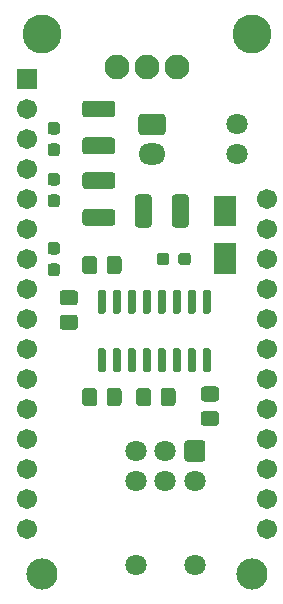
<source format=gbr>
%TF.GenerationSoftware,KiCad,Pcbnew,(5.1.10)-1*%
%TF.CreationDate,2021-08-19T13:56:03-06:00*%
%TF.ProjectId,Remote Ocean Acidification Monitor,52656d6f-7465-4204-9f63-65616e204163,rev?*%
%TF.SameCoordinates,Original*%
%TF.FileFunction,Soldermask,Top*%
%TF.FilePolarity,Negative*%
%FSLAX46Y46*%
G04 Gerber Fmt 4.6, Leading zero omitted, Abs format (unit mm)*
G04 Created by KiCad (PCBNEW (5.1.10)-1) date 2021-08-19 13:56:03*
%MOMM*%
%LPD*%
G01*
G04 APERTURE LIST*
%ADD10C,1.801600*%
%ADD11O,2.301600X1.801600*%
%ADD12C,1.701600*%
%ADD13C,3.301600*%
%ADD14C,2.641600*%
%ADD15C,2.101600*%
G04 APERTURE END LIST*
D10*
%TO.C,J1*%
X146050000Y-91440000D03*
X146050000Y-88940000D03*
D11*
X138870000Y-91440000D03*
G36*
G01*
X137719200Y-89575859D02*
X137719200Y-88304141D01*
G75*
G02*
X137984141Y-88039200I264941J0D01*
G01*
X139755859Y-88039200D01*
G75*
G02*
X140020800Y-88304141I0J-264941D01*
G01*
X140020800Y-89575859D01*
G75*
G02*
X139755859Y-89840800I-264941J0D01*
G01*
X137984141Y-89840800D01*
G75*
G02*
X137719200Y-89575859I0J264941D01*
G01*
G37*
%TD*%
%TO.C,D1*%
G36*
G01*
X145934000Y-97566800D02*
X144134000Y-97566800D01*
G75*
G02*
X144083200Y-97516000I0J50800D01*
G01*
X144083200Y-95016000D01*
G75*
G02*
X144134000Y-94965200I50800J0D01*
G01*
X145934000Y-94965200D01*
G75*
G02*
X145984800Y-95016000I0J-50800D01*
G01*
X145984800Y-97516000D01*
G75*
G02*
X145934000Y-97566800I-50800J0D01*
G01*
G37*
G36*
G01*
X145934000Y-101566800D02*
X144134000Y-101566800D01*
G75*
G02*
X144083200Y-101516000I0J50800D01*
G01*
X144083200Y-99016000D01*
G75*
G02*
X144134000Y-98965200I50800J0D01*
G01*
X145934000Y-98965200D01*
G75*
G02*
X145984800Y-99016000I0J-50800D01*
G01*
X145984800Y-101516000D01*
G75*
G02*
X145934000Y-101566800I-50800J0D01*
G01*
G37*
%TD*%
D10*
%TO.C,J2*%
X137494000Y-126266000D03*
X142494000Y-126266000D03*
X137494000Y-119086000D03*
X139994000Y-119086000D03*
X142494000Y-119086000D03*
X137494000Y-116586000D03*
X139994000Y-116586000D03*
G36*
G01*
X141858141Y-115685200D02*
X143129859Y-115685200D01*
G75*
G02*
X143394800Y-115950141I0J-264941D01*
G01*
X143394800Y-117221859D01*
G75*
G02*
X143129859Y-117486800I-264941J0D01*
G01*
X141858141Y-117486800D01*
G75*
G02*
X141593200Y-117221859I0J264941D01*
G01*
X141593200Y-115950141D01*
G75*
G02*
X141858141Y-115685200I264941J0D01*
G01*
G37*
%TD*%
D12*
%TO.C,A1*%
X128270000Y-123190000D03*
X128270000Y-120650000D03*
X128270000Y-118110000D03*
X128270000Y-115570000D03*
X128270000Y-113030000D03*
X128270000Y-110490000D03*
X128270000Y-107950000D03*
X128270000Y-105410000D03*
X128270000Y-102870000D03*
X128270000Y-100330000D03*
X128270000Y-97790000D03*
X128270000Y-95250000D03*
X128270000Y-92710000D03*
X128270000Y-90170000D03*
X128270000Y-87630000D03*
G36*
G01*
X129120800Y-84290000D02*
X129120800Y-85890000D01*
G75*
G02*
X129070000Y-85940800I-50800J0D01*
G01*
X127470000Y-85940800D01*
G75*
G02*
X127419200Y-85890000I0J50800D01*
G01*
X127419200Y-84290000D01*
G75*
G02*
X127470000Y-84239200I50800J0D01*
G01*
X129070000Y-84239200D01*
G75*
G02*
X129120800Y-84290000I0J-50800D01*
G01*
G37*
X148590000Y-95250000D03*
X148590000Y-97790000D03*
X148590000Y-100330000D03*
X148590000Y-102870000D03*
X148590000Y-105410000D03*
X148590000Y-107950000D03*
X148590000Y-110490000D03*
X148590000Y-113030000D03*
X148590000Y-115570000D03*
X148590000Y-118110000D03*
X148590000Y-120650000D03*
X148590000Y-123190000D03*
D13*
X147320000Y-81280000D03*
D14*
X147320000Y-127000000D03*
D13*
X129540000Y-81280000D03*
D14*
X129540000Y-127000000D03*
%TD*%
%TO.C,C1*%
G36*
G01*
X135497633Y-88343300D02*
X133234367Y-88343300D01*
G75*
G02*
X132965200Y-88074133I0J269167D01*
G01*
X132965200Y-87185867D01*
G75*
G02*
X133234367Y-86916700I269167J0D01*
G01*
X135497633Y-86916700D01*
G75*
G02*
X135766800Y-87185867I0J-269167D01*
G01*
X135766800Y-88074133D01*
G75*
G02*
X135497633Y-88343300I-269167J0D01*
G01*
G37*
G36*
G01*
X135497633Y-91468300D02*
X133234367Y-91468300D01*
G75*
G02*
X132965200Y-91199133I0J269167D01*
G01*
X132965200Y-90310867D01*
G75*
G02*
X133234367Y-90041700I269167J0D01*
G01*
X135497633Y-90041700D01*
G75*
G02*
X135766800Y-90310867I0J-269167D01*
G01*
X135766800Y-91199133D01*
G75*
G02*
X135497633Y-91468300I-269167J0D01*
G01*
G37*
%TD*%
%TO.C,C2*%
G36*
G01*
X135497633Y-97525800D02*
X133234367Y-97525800D01*
G75*
G02*
X132965200Y-97256633I0J269167D01*
G01*
X132965200Y-96368367D01*
G75*
G02*
X133234367Y-96099200I269167J0D01*
G01*
X135497633Y-96099200D01*
G75*
G02*
X135766800Y-96368367I0J-269167D01*
G01*
X135766800Y-97256633D01*
G75*
G02*
X135497633Y-97525800I-269167J0D01*
G01*
G37*
G36*
G01*
X135497633Y-94400800D02*
X133234367Y-94400800D01*
G75*
G02*
X132965200Y-94131633I0J269167D01*
G01*
X132965200Y-93243367D01*
G75*
G02*
X133234367Y-92974200I269167J0D01*
G01*
X135497633Y-92974200D01*
G75*
G02*
X135766800Y-93243367I0J-269167D01*
G01*
X135766800Y-94131633D01*
G75*
G02*
X135497633Y-94400800I-269167J0D01*
G01*
G37*
%TD*%
%TO.C,C3*%
G36*
G01*
X141975800Y-95134367D02*
X141975800Y-97397633D01*
G75*
G02*
X141706633Y-97666800I-269167J0D01*
G01*
X140818367Y-97666800D01*
G75*
G02*
X140549200Y-97397633I0J269167D01*
G01*
X140549200Y-95134367D01*
G75*
G02*
X140818367Y-94865200I269167J0D01*
G01*
X141706633Y-94865200D01*
G75*
G02*
X141975800Y-95134367I0J-269167D01*
G01*
G37*
G36*
G01*
X138850800Y-95134367D02*
X138850800Y-97397633D01*
G75*
G02*
X138581633Y-97666800I-269167J0D01*
G01*
X137693367Y-97666800D01*
G75*
G02*
X137424200Y-97397633I0J269167D01*
G01*
X137424200Y-95134367D01*
G75*
G02*
X137693367Y-94865200I269167J0D01*
G01*
X138581633Y-94865200D01*
G75*
G02*
X138850800Y-95134367I0J-269167D01*
G01*
G37*
%TD*%
%TO.C,C4*%
G36*
G01*
X132944200Y-112518183D02*
X132944200Y-111509817D01*
G75*
G02*
X133215817Y-111238200I271617J0D01*
G01*
X133949183Y-111238200D01*
G75*
G02*
X134220800Y-111509817I0J-271617D01*
G01*
X134220800Y-112518183D01*
G75*
G02*
X133949183Y-112789800I-271617J0D01*
G01*
X133215817Y-112789800D01*
G75*
G02*
X132944200Y-112518183I0J271617D01*
G01*
G37*
G36*
G01*
X135019200Y-112518183D02*
X135019200Y-111509817D01*
G75*
G02*
X135290817Y-111238200I271617J0D01*
G01*
X136024183Y-111238200D01*
G75*
G02*
X136295800Y-111509817I0J-271617D01*
G01*
X136295800Y-112518183D01*
G75*
G02*
X136024183Y-112789800I-271617J0D01*
G01*
X135290817Y-112789800D01*
G75*
G02*
X135019200Y-112518183I0J271617D01*
G01*
G37*
%TD*%
%TO.C,C5*%
G36*
G01*
X144268183Y-114473300D02*
X143259817Y-114473300D01*
G75*
G02*
X142988200Y-114201683I0J271617D01*
G01*
X142988200Y-113468317D01*
G75*
G02*
X143259817Y-113196700I271617J0D01*
G01*
X144268183Y-113196700D01*
G75*
G02*
X144539800Y-113468317I0J-271617D01*
G01*
X144539800Y-114201683D01*
G75*
G02*
X144268183Y-114473300I-271617J0D01*
G01*
G37*
G36*
G01*
X144268183Y-112398300D02*
X143259817Y-112398300D01*
G75*
G02*
X142988200Y-112126683I0J271617D01*
G01*
X142988200Y-111393317D01*
G75*
G02*
X143259817Y-111121700I271617J0D01*
G01*
X144268183Y-111121700D01*
G75*
G02*
X144539800Y-111393317I0J-271617D01*
G01*
X144539800Y-112126683D01*
G75*
G02*
X144268183Y-112398300I-271617J0D01*
G01*
G37*
%TD*%
%TO.C,C6*%
G36*
G01*
X137516200Y-112518183D02*
X137516200Y-111509817D01*
G75*
G02*
X137787817Y-111238200I271617J0D01*
G01*
X138521183Y-111238200D01*
G75*
G02*
X138792800Y-111509817I0J-271617D01*
G01*
X138792800Y-112518183D01*
G75*
G02*
X138521183Y-112789800I-271617J0D01*
G01*
X137787817Y-112789800D01*
G75*
G02*
X137516200Y-112518183I0J271617D01*
G01*
G37*
G36*
G01*
X139591200Y-112518183D02*
X139591200Y-111509817D01*
G75*
G02*
X139862817Y-111238200I271617J0D01*
G01*
X140596183Y-111238200D01*
G75*
G02*
X140867800Y-111509817I0J-271617D01*
G01*
X140867800Y-112518183D01*
G75*
G02*
X140596183Y-112789800I-271617J0D01*
G01*
X139862817Y-112789800D01*
G75*
G02*
X139591200Y-112518183I0J271617D01*
G01*
G37*
%TD*%
%TO.C,C7*%
G36*
G01*
X134220800Y-100333817D02*
X134220800Y-101342183D01*
G75*
G02*
X133949183Y-101613800I-271617J0D01*
G01*
X133215817Y-101613800D01*
G75*
G02*
X132944200Y-101342183I0J271617D01*
G01*
X132944200Y-100333817D01*
G75*
G02*
X133215817Y-100062200I271617J0D01*
G01*
X133949183Y-100062200D01*
G75*
G02*
X134220800Y-100333817I0J-271617D01*
G01*
G37*
G36*
G01*
X136295800Y-100333817D02*
X136295800Y-101342183D01*
G75*
G02*
X136024183Y-101613800I-271617J0D01*
G01*
X135290817Y-101613800D01*
G75*
G02*
X135019200Y-101342183I0J271617D01*
G01*
X135019200Y-100333817D01*
G75*
G02*
X135290817Y-100062200I271617J0D01*
G01*
X136024183Y-100062200D01*
G75*
G02*
X136295800Y-100333817I0J-271617D01*
G01*
G37*
%TD*%
%TO.C,C8*%
G36*
G01*
X131321817Y-105047200D02*
X132330183Y-105047200D01*
G75*
G02*
X132601800Y-105318817I0J-271617D01*
G01*
X132601800Y-106052183D01*
G75*
G02*
X132330183Y-106323800I-271617J0D01*
G01*
X131321817Y-106323800D01*
G75*
G02*
X131050200Y-106052183I0J271617D01*
G01*
X131050200Y-105318817D01*
G75*
G02*
X131321817Y-105047200I271617J0D01*
G01*
G37*
G36*
G01*
X131321817Y-102972200D02*
X132330183Y-102972200D01*
G75*
G02*
X132601800Y-103243817I0J-271617D01*
G01*
X132601800Y-103977183D01*
G75*
G02*
X132330183Y-104248800I-271617J0D01*
G01*
X131321817Y-104248800D01*
G75*
G02*
X131050200Y-103977183I0J271617D01*
G01*
X131050200Y-103243817D01*
G75*
G02*
X131321817Y-102972200I271617J0D01*
G01*
G37*
%TD*%
D15*
%TO.C,U1*%
X140970000Y-84074000D03*
X138430000Y-84074000D03*
X135890000Y-84074000D03*
%TD*%
%TO.C,U2*%
G36*
G01*
X134795400Y-109926800D02*
X134444600Y-109926800D01*
G75*
G02*
X134269200Y-109751400I0J175400D01*
G01*
X134269200Y-108050600D01*
G75*
G02*
X134444600Y-107875200I175400J0D01*
G01*
X134795400Y-107875200D01*
G75*
G02*
X134970800Y-108050600I0J-175400D01*
G01*
X134970800Y-109751400D01*
G75*
G02*
X134795400Y-109926800I-175400J0D01*
G01*
G37*
G36*
G01*
X136065400Y-109926800D02*
X135714600Y-109926800D01*
G75*
G02*
X135539200Y-109751400I0J175400D01*
G01*
X135539200Y-108050600D01*
G75*
G02*
X135714600Y-107875200I175400J0D01*
G01*
X136065400Y-107875200D01*
G75*
G02*
X136240800Y-108050600I0J-175400D01*
G01*
X136240800Y-109751400D01*
G75*
G02*
X136065400Y-109926800I-175400J0D01*
G01*
G37*
G36*
G01*
X137335400Y-109926800D02*
X136984600Y-109926800D01*
G75*
G02*
X136809200Y-109751400I0J175400D01*
G01*
X136809200Y-108050600D01*
G75*
G02*
X136984600Y-107875200I175400J0D01*
G01*
X137335400Y-107875200D01*
G75*
G02*
X137510800Y-108050600I0J-175400D01*
G01*
X137510800Y-109751400D01*
G75*
G02*
X137335400Y-109926800I-175400J0D01*
G01*
G37*
G36*
G01*
X138605400Y-109926800D02*
X138254600Y-109926800D01*
G75*
G02*
X138079200Y-109751400I0J175400D01*
G01*
X138079200Y-108050600D01*
G75*
G02*
X138254600Y-107875200I175400J0D01*
G01*
X138605400Y-107875200D01*
G75*
G02*
X138780800Y-108050600I0J-175400D01*
G01*
X138780800Y-109751400D01*
G75*
G02*
X138605400Y-109926800I-175400J0D01*
G01*
G37*
G36*
G01*
X139875400Y-109926800D02*
X139524600Y-109926800D01*
G75*
G02*
X139349200Y-109751400I0J175400D01*
G01*
X139349200Y-108050600D01*
G75*
G02*
X139524600Y-107875200I175400J0D01*
G01*
X139875400Y-107875200D01*
G75*
G02*
X140050800Y-108050600I0J-175400D01*
G01*
X140050800Y-109751400D01*
G75*
G02*
X139875400Y-109926800I-175400J0D01*
G01*
G37*
G36*
G01*
X141145400Y-109926800D02*
X140794600Y-109926800D01*
G75*
G02*
X140619200Y-109751400I0J175400D01*
G01*
X140619200Y-108050600D01*
G75*
G02*
X140794600Y-107875200I175400J0D01*
G01*
X141145400Y-107875200D01*
G75*
G02*
X141320800Y-108050600I0J-175400D01*
G01*
X141320800Y-109751400D01*
G75*
G02*
X141145400Y-109926800I-175400J0D01*
G01*
G37*
G36*
G01*
X142415400Y-109926800D02*
X142064600Y-109926800D01*
G75*
G02*
X141889200Y-109751400I0J175400D01*
G01*
X141889200Y-108050600D01*
G75*
G02*
X142064600Y-107875200I175400J0D01*
G01*
X142415400Y-107875200D01*
G75*
G02*
X142590800Y-108050600I0J-175400D01*
G01*
X142590800Y-109751400D01*
G75*
G02*
X142415400Y-109926800I-175400J0D01*
G01*
G37*
G36*
G01*
X143685400Y-109926800D02*
X143334600Y-109926800D01*
G75*
G02*
X143159200Y-109751400I0J175400D01*
G01*
X143159200Y-108050600D01*
G75*
G02*
X143334600Y-107875200I175400J0D01*
G01*
X143685400Y-107875200D01*
G75*
G02*
X143860800Y-108050600I0J-175400D01*
G01*
X143860800Y-109751400D01*
G75*
G02*
X143685400Y-109926800I-175400J0D01*
G01*
G37*
G36*
G01*
X143685400Y-104976800D02*
X143334600Y-104976800D01*
G75*
G02*
X143159200Y-104801400I0J175400D01*
G01*
X143159200Y-103100600D01*
G75*
G02*
X143334600Y-102925200I175400J0D01*
G01*
X143685400Y-102925200D01*
G75*
G02*
X143860800Y-103100600I0J-175400D01*
G01*
X143860800Y-104801400D01*
G75*
G02*
X143685400Y-104976800I-175400J0D01*
G01*
G37*
G36*
G01*
X142415400Y-104976800D02*
X142064600Y-104976800D01*
G75*
G02*
X141889200Y-104801400I0J175400D01*
G01*
X141889200Y-103100600D01*
G75*
G02*
X142064600Y-102925200I175400J0D01*
G01*
X142415400Y-102925200D01*
G75*
G02*
X142590800Y-103100600I0J-175400D01*
G01*
X142590800Y-104801400D01*
G75*
G02*
X142415400Y-104976800I-175400J0D01*
G01*
G37*
G36*
G01*
X141145400Y-104976800D02*
X140794600Y-104976800D01*
G75*
G02*
X140619200Y-104801400I0J175400D01*
G01*
X140619200Y-103100600D01*
G75*
G02*
X140794600Y-102925200I175400J0D01*
G01*
X141145400Y-102925200D01*
G75*
G02*
X141320800Y-103100600I0J-175400D01*
G01*
X141320800Y-104801400D01*
G75*
G02*
X141145400Y-104976800I-175400J0D01*
G01*
G37*
G36*
G01*
X139875400Y-104976800D02*
X139524600Y-104976800D01*
G75*
G02*
X139349200Y-104801400I0J175400D01*
G01*
X139349200Y-103100600D01*
G75*
G02*
X139524600Y-102925200I175400J0D01*
G01*
X139875400Y-102925200D01*
G75*
G02*
X140050800Y-103100600I0J-175400D01*
G01*
X140050800Y-104801400D01*
G75*
G02*
X139875400Y-104976800I-175400J0D01*
G01*
G37*
G36*
G01*
X138605400Y-104976800D02*
X138254600Y-104976800D01*
G75*
G02*
X138079200Y-104801400I0J175400D01*
G01*
X138079200Y-103100600D01*
G75*
G02*
X138254600Y-102925200I175400J0D01*
G01*
X138605400Y-102925200D01*
G75*
G02*
X138780800Y-103100600I0J-175400D01*
G01*
X138780800Y-104801400D01*
G75*
G02*
X138605400Y-104976800I-175400J0D01*
G01*
G37*
G36*
G01*
X137335400Y-104976800D02*
X136984600Y-104976800D01*
G75*
G02*
X136809200Y-104801400I0J175400D01*
G01*
X136809200Y-103100600D01*
G75*
G02*
X136984600Y-102925200I175400J0D01*
G01*
X137335400Y-102925200D01*
G75*
G02*
X137510800Y-103100600I0J-175400D01*
G01*
X137510800Y-104801400D01*
G75*
G02*
X137335400Y-104976800I-175400J0D01*
G01*
G37*
G36*
G01*
X136065400Y-104976800D02*
X135714600Y-104976800D01*
G75*
G02*
X135539200Y-104801400I0J175400D01*
G01*
X135539200Y-103100600D01*
G75*
G02*
X135714600Y-102925200I175400J0D01*
G01*
X136065400Y-102925200D01*
G75*
G02*
X136240800Y-103100600I0J-175400D01*
G01*
X136240800Y-104801400D01*
G75*
G02*
X136065400Y-104976800I-175400J0D01*
G01*
G37*
G36*
G01*
X134795400Y-104976800D02*
X134444600Y-104976800D01*
G75*
G02*
X134269200Y-104801400I0J175400D01*
G01*
X134269200Y-103100600D01*
G75*
G02*
X134444600Y-102925200I175400J0D01*
G01*
X134795400Y-102925200D01*
G75*
G02*
X134970800Y-103100600I0J-175400D01*
G01*
X134970800Y-104801400D01*
G75*
G02*
X134795400Y-104976800I-175400J0D01*
G01*
G37*
%TD*%
%TO.C,R1*%
G36*
G01*
X140341800Y-100067100D02*
X140341800Y-100592900D01*
G75*
G02*
X140078900Y-100855800I-262900J0D01*
G01*
X139528100Y-100855800D01*
G75*
G02*
X139265200Y-100592900I0J262900D01*
G01*
X139265200Y-100067100D01*
G75*
G02*
X139528100Y-99804200I262900J0D01*
G01*
X140078900Y-99804200D01*
G75*
G02*
X140341800Y-100067100I0J-262900D01*
G01*
G37*
G36*
G01*
X142166800Y-100067100D02*
X142166800Y-100592900D01*
G75*
G02*
X141903900Y-100855800I-262900J0D01*
G01*
X141353100Y-100855800D01*
G75*
G02*
X141090200Y-100592900I0J262900D01*
G01*
X141090200Y-100067100D01*
G75*
G02*
X141353100Y-99804200I262900J0D01*
G01*
X141903900Y-99804200D01*
G75*
G02*
X142166800Y-100067100I0J-262900D01*
G01*
G37*
%TD*%
%TO.C,R2*%
G36*
G01*
X130293100Y-98879200D02*
X130818900Y-98879200D01*
G75*
G02*
X131081800Y-99142100I0J-262900D01*
G01*
X131081800Y-99692900D01*
G75*
G02*
X130818900Y-99955800I-262900J0D01*
G01*
X130293100Y-99955800D01*
G75*
G02*
X130030200Y-99692900I0J262900D01*
G01*
X130030200Y-99142100D01*
G75*
G02*
X130293100Y-98879200I262900J0D01*
G01*
G37*
G36*
G01*
X130293100Y-100704200D02*
X130818900Y-100704200D01*
G75*
G02*
X131081800Y-100967100I0J-262900D01*
G01*
X131081800Y-101517900D01*
G75*
G02*
X130818900Y-101780800I-262900J0D01*
G01*
X130293100Y-101780800D01*
G75*
G02*
X130030200Y-101517900I0J262900D01*
G01*
X130030200Y-100967100D01*
G75*
G02*
X130293100Y-100704200I262900J0D01*
G01*
G37*
%TD*%
%TO.C,R3*%
G36*
G01*
X130293100Y-90544200D02*
X130818900Y-90544200D01*
G75*
G02*
X131081800Y-90807100I0J-262900D01*
G01*
X131081800Y-91357900D01*
G75*
G02*
X130818900Y-91620800I-262900J0D01*
G01*
X130293100Y-91620800D01*
G75*
G02*
X130030200Y-91357900I0J262900D01*
G01*
X130030200Y-90807100D01*
G75*
G02*
X130293100Y-90544200I262900J0D01*
G01*
G37*
G36*
G01*
X130293100Y-88719200D02*
X130818900Y-88719200D01*
G75*
G02*
X131081800Y-88982100I0J-262900D01*
G01*
X131081800Y-89532900D01*
G75*
G02*
X130818900Y-89795800I-262900J0D01*
G01*
X130293100Y-89795800D01*
G75*
G02*
X130030200Y-89532900I0J262900D01*
G01*
X130030200Y-88982100D01*
G75*
G02*
X130293100Y-88719200I262900J0D01*
G01*
G37*
%TD*%
%TO.C,R4*%
G36*
G01*
X130293100Y-93037200D02*
X130818900Y-93037200D01*
G75*
G02*
X131081800Y-93300100I0J-262900D01*
G01*
X131081800Y-93850900D01*
G75*
G02*
X130818900Y-94113800I-262900J0D01*
G01*
X130293100Y-94113800D01*
G75*
G02*
X130030200Y-93850900I0J262900D01*
G01*
X130030200Y-93300100D01*
G75*
G02*
X130293100Y-93037200I262900J0D01*
G01*
G37*
G36*
G01*
X130293100Y-94862200D02*
X130818900Y-94862200D01*
G75*
G02*
X131081800Y-95125100I0J-262900D01*
G01*
X131081800Y-95675900D01*
G75*
G02*
X130818900Y-95938800I-262900J0D01*
G01*
X130293100Y-95938800D01*
G75*
G02*
X130030200Y-95675900I0J262900D01*
G01*
X130030200Y-95125100D01*
G75*
G02*
X130293100Y-94862200I262900J0D01*
G01*
G37*
%TD*%
M02*

</source>
